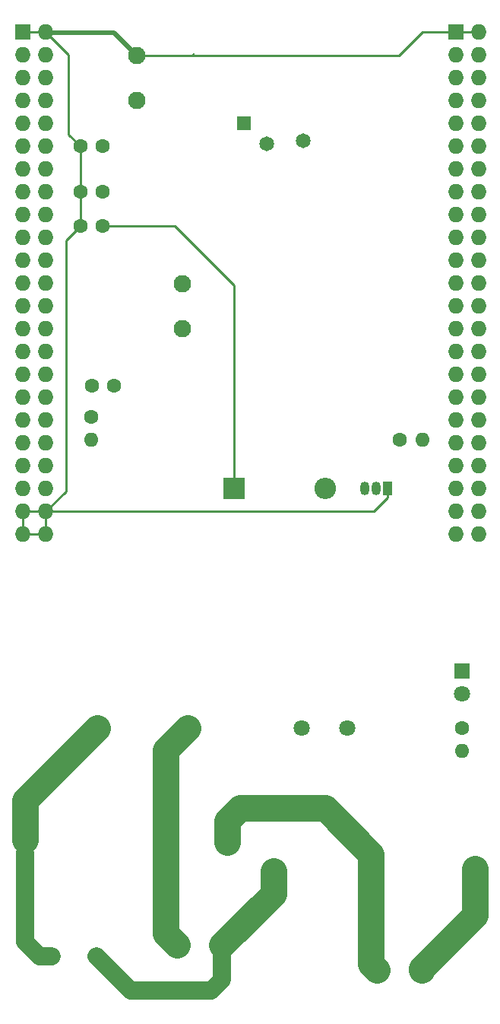
<source format=gbl>
G04 #@! TF.GenerationSoftware,KiCad,Pcbnew,5.1.5-1.fc30*
G04 #@! TF.CreationDate,2020-06-02T12:14:53+03:00*
G04 #@! TF.ProjectId,savustin_real2,73617675-7374-4696-9e5f-7265616c322e,rev?*
G04 #@! TF.SameCoordinates,PX6d2994cPYa3a71e0*
G04 #@! TF.FileFunction,Copper,L2,Bot*
G04 #@! TF.FilePolarity,Positive*
%FSLAX46Y46*%
G04 Gerber Fmt 4.6, Leading zero omitted, Abs format (unit mm)*
G04 Created by KiCad (PCBNEW 5.1.5-1.fc30) date 2020-06-02 12:14:53*
%MOMM*%
%LPD*%
G04 APERTURE LIST*
%ADD10C,2.100000*%
%ADD11C,1.650000*%
%ADD12R,1.650000X1.650000*%
%ADD13O,2.400000X2.400000*%
%ADD14R,2.400000X2.400000*%
%ADD15C,1.800000*%
%ADD16R,1.800000X1.800000*%
%ADD17O,1.600000X1.600000*%
%ADD18C,1.600000*%
%ADD19C,1.950000*%
%ADD20R,1.050000X1.500000*%
%ADD21O,1.050000X1.500000*%
%ADD22R,1.727200X1.727200*%
%ADD23O,1.727200X1.727200*%
%ADD24C,0.250000*%
%ADD25C,0.500000*%
%ADD26C,2.000000*%
%ADD27C,3.000000*%
G04 APERTURE END LIST*
D10*
X2161200Y19354800D03*
X24661200Y19354800D03*
X52296400Y15849600D03*
X29796400Y15849600D03*
D11*
X33145000Y97100000D03*
X29045000Y96800000D03*
D12*
X26545000Y99100000D03*
D13*
X35560000Y58420000D03*
D14*
X25400000Y58420000D03*
D15*
X50800000Y35560000D03*
D16*
X50800000Y38100000D03*
D17*
X9525000Y63832500D03*
D18*
X9525000Y66372500D03*
D17*
X50800000Y29210000D03*
D18*
X50800000Y31750000D03*
D17*
X46418500Y63817500D03*
D18*
X43878500Y63817500D03*
D15*
X38060000Y31750000D03*
X32960000Y31750000D03*
X20260000Y31750000D03*
X10160000Y31750000D03*
D19*
X5120000Y6350000D03*
X10120000Y6350000D03*
X14605000Y101640000D03*
X14605000Y106640000D03*
X41289600Y4876800D03*
X46289600Y4876800D03*
X19090000Y7620000D03*
X24090000Y7620000D03*
D20*
X42545000Y58420000D03*
D21*
X40005000Y58420000D03*
X41275000Y58420000D03*
D19*
X19685000Y76240000D03*
X19685000Y81240000D03*
D18*
X9565000Y69850000D03*
X12065000Y69850000D03*
X8295000Y87630000D03*
X10795000Y87630000D03*
X8295000Y91440000D03*
X10795000Y91440000D03*
X8295000Y96520000D03*
X10795000Y96520000D03*
D22*
X50165000Y109220000D03*
D23*
X52705000Y109220000D03*
X50165000Y106680000D03*
X52705000Y106680000D03*
X50165000Y104140000D03*
X52705000Y104140000D03*
X50165000Y101600000D03*
X52705000Y101600000D03*
X50165000Y99060000D03*
X52705000Y99060000D03*
X50165000Y96520000D03*
X52705000Y96520000D03*
X50165000Y93980000D03*
X52705000Y93980000D03*
X50165000Y91440000D03*
X52705000Y91440000D03*
X50165000Y88900000D03*
X52705000Y88900000D03*
X50165000Y86360000D03*
X52705000Y86360000D03*
X50165000Y83820000D03*
X52705000Y83820000D03*
X50165000Y81280000D03*
X52705000Y81280000D03*
X50165000Y78740000D03*
X52705000Y78740000D03*
X50165000Y76200000D03*
X52705000Y76200000D03*
X50165000Y73660000D03*
X52705000Y73660000D03*
X50165000Y71120000D03*
X52705000Y71120000D03*
X50165000Y68580000D03*
X52705000Y68580000D03*
X50165000Y66040000D03*
X52705000Y66040000D03*
X50165000Y63500000D03*
X52705000Y63500000D03*
X50165000Y60960000D03*
X52705000Y60960000D03*
X50165000Y58420000D03*
X52705000Y58420000D03*
X50165000Y55880000D03*
X52705000Y55880000D03*
X50165000Y53340000D03*
X52705000Y53340000D03*
D22*
X1905000Y109220000D03*
D23*
X4445000Y109220000D03*
X1905000Y106680000D03*
X4445000Y106680000D03*
X1905000Y104140000D03*
X4445000Y104140000D03*
X1905000Y101600000D03*
X4445000Y101600000D03*
X1905000Y99060000D03*
X4445000Y99060000D03*
X1905000Y96520000D03*
X4445000Y96520000D03*
X1905000Y93980000D03*
X4445000Y93980000D03*
X1905000Y91440000D03*
X4445000Y91440000D03*
X1905000Y88900000D03*
X4445000Y88900000D03*
X1905000Y86360000D03*
X4445000Y86360000D03*
X1905000Y83820000D03*
X4445000Y83820000D03*
X1905000Y81280000D03*
X4445000Y81280000D03*
X1905000Y78740000D03*
X4445000Y78740000D03*
X1905000Y76200000D03*
X4445000Y76200000D03*
X1905000Y73660000D03*
X4445000Y73660000D03*
X1905000Y71120000D03*
X4445000Y71120000D03*
X1905000Y68580000D03*
X4445000Y68580000D03*
X1905000Y66040000D03*
X4445000Y66040000D03*
X1905000Y63500000D03*
X4445000Y63500000D03*
X1905000Y60960000D03*
X4445000Y60960000D03*
X1905000Y58420000D03*
X4445000Y58420000D03*
X1905000Y55880000D03*
X4445000Y55880000D03*
X1905000Y53340000D03*
X4445000Y53340000D03*
D24*
X1905000Y109220000D02*
X4445000Y109220000D01*
X4445000Y55880000D02*
X1905000Y55880000D01*
X4445000Y53340000D02*
X1905000Y53340000D01*
X1905000Y53340000D02*
X1905000Y55880000D01*
X4445000Y53340000D02*
X4445000Y55880000D01*
X4445000Y109220000D02*
X4485000Y109180000D01*
X49051400Y109220000D02*
X50165000Y109220000D01*
X8295000Y87630000D02*
X8295000Y91440000D01*
X6679988Y86014988D02*
X8295000Y87630000D01*
X4445000Y55880000D02*
X6679988Y58114988D01*
X6679988Y58114988D02*
X6679988Y86014988D01*
X20819851Y106815149D02*
X20955000Y106680000D01*
X6985000Y106680000D02*
X4445000Y109220000D01*
X6985000Y97830000D02*
X6985000Y106680000D01*
X8295000Y91440000D02*
X8295000Y96520000D01*
X8295000Y96520000D02*
X6985000Y97830000D01*
X43815000Y106640000D02*
X14605000Y106640000D01*
X52705000Y109220000D02*
X46395000Y109220000D01*
X46395000Y109220000D02*
X43815000Y106640000D01*
X41005000Y55880000D02*
X5666314Y55880000D01*
X5666314Y55880000D02*
X4445000Y55880000D01*
X42545000Y57420000D02*
X41005000Y55880000D01*
X42545000Y58420000D02*
X42545000Y57420000D01*
D25*
X12065000Y109180000D02*
X14605000Y106640000D01*
X4485000Y109180000D02*
X12065000Y109180000D01*
D24*
X25400000Y81026000D02*
X25400000Y58420000D01*
X10795000Y87630000D02*
X18796000Y87630000D01*
X18796000Y87630000D02*
X25400000Y81026000D01*
D26*
X22860000Y2540000D02*
X13930000Y2540000D01*
X24090000Y3770000D02*
X22860000Y2540000D01*
X13930000Y2540000D02*
X10120000Y6350000D01*
X24090000Y7620000D02*
X24090000Y3770000D01*
D27*
X29796400Y15849600D02*
X29796400Y13326400D01*
X29796400Y13326400D02*
X24090000Y7620000D01*
X17780000Y29270000D02*
X20260000Y31750000D01*
X19090000Y7620000D02*
X17780000Y8930000D01*
X17780000Y8930000D02*
X17780000Y29270000D01*
X24661200Y21460800D02*
X26111200Y22910800D01*
X24661200Y19100800D02*
X24661200Y21460800D01*
X46289600Y4989200D02*
X46289600Y4876800D01*
X52273200Y16126800D02*
X52273200Y10972800D01*
X52273200Y10972800D02*
X46289600Y4989200D01*
X27940000Y22860000D02*
X26670000Y22860000D01*
X35560000Y22860000D02*
X27940000Y22860000D01*
X40680000Y17740000D02*
X35560000Y22860000D01*
X41289600Y4876800D02*
X40680000Y5486400D01*
X40680000Y5486400D02*
X40680000Y17740000D01*
X2161200Y23751200D02*
X10160000Y31750000D01*
X2161200Y19354800D02*
X2161200Y23751200D01*
D24*
X2161200Y17869876D02*
X2161200Y19354800D01*
D26*
X3741142Y6350000D02*
X2161200Y7929942D01*
X2161200Y7929942D02*
X2161200Y17869876D01*
X5120000Y6350000D02*
X3741142Y6350000D01*
M02*

</source>
